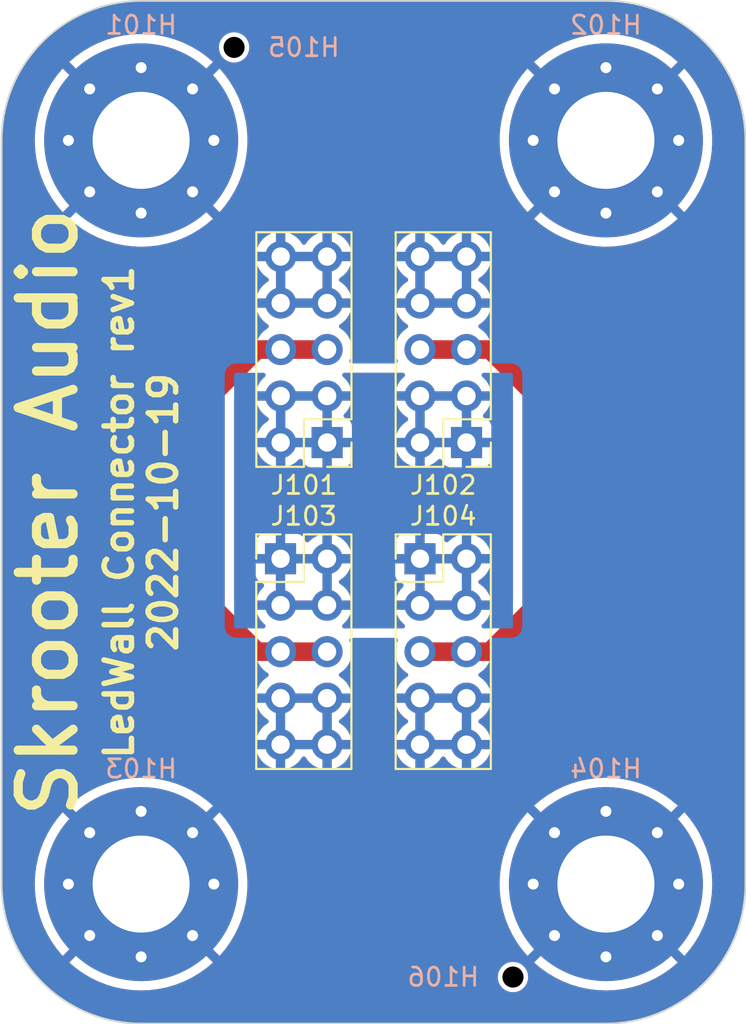
<source format=kicad_pcb>
(kicad_pcb (version 20221018) (generator pcbnew)
  (layers (0 "F.Cu" signal) (31 "B.Cu" signal) (34 "B.Paste" user) (35 "F.Paste" user) (36 "B.SilkS" user "B.Silkscreen") (37 "F.SilkS" user "F.Silkscreen") (38 "B.Mask" user) (39 "F.Mask" user) (44 "Edge.Cuts" user))
  (net 0 "")
  (net 1 "GND")
  (net 2 "VDC")
  (net 3 "/Data")
  (net 4 "/EN")
  (footprint "MountingHole:MountingHole_5.3mm_M5_Pad_Via" (layer "F.Cu") (at 99.06 88.9)
    (fp_text reference "H104" (at 0 -6.3) (layer "B.SilkS") (effects (justify mirror)))
    (fp_text value "MountingHole_Pad")
    (pad "1" thru_hole circle (at -3.975 0) (size 0.9 0.9) (drill 0.6) (layers "*.Cu" "*.Mask") (net 1 "GND"))
    (pad "1" thru_hole circle (at -2.810749 -2.810749) (size 0.9 0.9) (drill 0.6) (layers "*.Cu" "*.Mask") (net 1 "GND"))
    (pad "1" thru_hole circle (at -2.810749 2.810749) (size 0.9 0.9) (drill 0.6) (layers "*.Cu" "*.Mask") (net 1 "GND"))
    (pad "1" thru_hole circle (at 0 -3.975) (size 0.9 0.9) (drill 0.6) (layers "*.Cu" "*.Mask") (net 1 "GND"))
    (pad "1" thru_hole circle (at 0 0) (size 10.6 10.6) (drill 5.3) (layers "*.Cu" "*.Mask") (net 1 "GND"))
    (pad "1" thru_hole circle (at 0 3.975) (size 0.9 0.9) (drill 0.6) (layers "*.Cu" "*.Mask") (net 1 "GND"))
    (pad "1" thru_hole circle (at 2.810749 -2.810749) (size 0.9 0.9) (drill 0.6) (layers "*.Cu" "*.Mask") (net 1 "GND"))
    (pad "1" thru_hole circle (at 2.810749 2.810749) (size 0.9 0.9) (drill 0.6) (layers "*.Cu" "*.Mask") (net 1 "GND"))
    (pad "1" thru_hole circle (at 3.975 0) (size 0.9 0.9) (drill 0.6) (layers "*.Cu" "*.Mask") (net 1 "GND"))
  )
  (footprint "Connector_PinHeader_2.54mm:PinHeader_2x05_P2.54mm_Vertical" (layer "F.Cu") (at 91.44 64.77 180)
    (fp_text reference "J102" (at 1.27 -2.33 180) (layer "F.SilkS"))
    (fp_text value "Conn_02x05_Odd_Even")
    (fp_line (start -1.33 -1.33) (end 0 -1.33) (stroke (width 0.12)) (layer "F.SilkS"))
    (fp_line (start -1.33 0) (end -1.33 -1.33) (stroke (width 0.12)) (layer "F.SilkS"))
    (fp_line (start -1.33 1.27) (end -1.33 11.49) (stroke (width 0.12)) (layer "F.SilkS"))
    (fp_line (start -1.33 1.27) (end 1.27 1.27) (stroke (width 0.12)) (layer "F.SilkS"))
    (fp_line (start -1.33 11.49) (end 3.87 11.49) (stroke (width 0.12)) (layer "F.SilkS"))
    (fp_line (start 1.27 -1.33) (end 3.87 -1.33) (stroke (width 0.12)) (layer "F.SilkS"))
    (fp_line (start 1.27 1.27) (end 1.27 -1.33) (stroke (width 0.12)) (layer "F.SilkS"))
    (fp_line (start 3.87 -1.33) (end 3.87 11.49) (stroke (width 0.12)) (layer "F.SilkS"))
    (pad "1" thru_hole rect (at 0 0 180) (size 1.7 1.7) (drill 1) (layers "*.Cu" "*.Mask") (net 2 "VDC"))
    (pad "2" thru_hole oval (at 2.54 0 180) (size 1.7 1.7) (drill 1) (layers "*.Cu" "*.Mask") (net 2 "VDC"))
    (pad "3" thru_hole oval (at 0 2.54 180) (size 1.7 1.7) (drill 1) (layers "*.Cu" "*.Mask") (net 2 "VDC"))
    (pad "4" thru_hole oval (at 2.54 2.54 180) (size 1.7 1.7) (drill 1) (layers "*.Cu" "*.Mask") (net 2 "VDC"))
    (pad "5" thru_hole oval (at 0 5.08 180) (size 1.7 1.7) (drill 1) (layers "*.Cu" "*.Mask") (net 4 "/EN"))
    (pad "6" thru_hole oval (at 2.54 5.08 180) (size 1.7 1.7) (drill 1) (layers "*.Cu" "*.Mask") (net 4 "/EN"))
    (pad "7" thru_hole oval (at 0 7.62 180) (size 1.7 1.7) (drill 1) (layers "*.Cu" "*.Mask") (net 1 "GND"))
    (pad "8" thru_hole oval (at 2.54 7.62 180) (size 1.7 1.7) (drill 1) (layers "*.Cu" "*.Mask") (net 1 "GND"))
    (pad "9" thru_hole oval (at 0 10.16 180) (size 1.7 1.7) (drill 1) (layers "*.Cu" "*.Mask") (net 1 "GND"))
    (pad "10" thru_hole oval (at 2.54 10.16 180) (size 1.7 1.7) (drill 1) (layers "*.Cu" "*.Mask") (net 1 "GND"))
  )
  (footprint "MountingHole:MountingHole_5.3mm_M5_Pad_Via" (layer "F.Cu") (at 99.06 48.26)
    (fp_text reference "H102" (at 0 -6.3) (layer "B.SilkS") (effects (justify mirror)))
    (fp_text value "MountingHole_Pad")
    (pad "1" thru_hole circle (at -3.975 0) (size 0.9 0.9) (drill 0.6) (layers "*.Cu" "*.Mask") (net 1 "GND"))
    (pad "1" thru_hole circle (at -2.810749 -2.810749) (size 0.9 0.9) (drill 0.6) (layers "*.Cu" "*.Mask") (net 1 "GND"))
    (pad "1" thru_hole circle (at -2.810749 2.810749) (size 0.9 0.9) (drill 0.6) (layers "*.Cu" "*.Mask") (net 1 "GND"))
    (pad "1" thru_hole circle (at 0 -3.975) (size 0.9 0.9) (drill 0.6) (layers "*.Cu" "*.Mask") (net 1 "GND"))
    (pad "1" thru_hole circle (at 0 0) (size 10.6 10.6) (drill 5.3) (layers "*.Cu" "*.Mask") (net 1 "GND"))
    (pad "1" thru_hole circle (at 0 3.975) (size 0.9 0.9) (drill 0.6) (layers "*.Cu" "*.Mask") (net 1 "GND"))
    (pad "1" thru_hole circle (at 2.810749 -2.810749) (size 0.9 0.9) (drill 0.6) (layers "*.Cu" "*.Mask") (net 1 "GND"))
    (pad "1" thru_hole circle (at 2.810749 2.810749) (size 0.9 0.9) (drill 0.6) (layers "*.Cu" "*.Mask") (net 1 "GND"))
    (pad "1" thru_hole circle (at 3.975 0) (size 0.9 0.9) (drill 0.6) (layers "*.Cu" "*.Mask") (net 1 "GND"))
  )
  (footprint "MountingHole:MountingHole_5.3mm_M5_Pad_Via" (layer "F.Cu") (at 73.66 88.9)
    (fp_text reference "H103" (at 0 -6.3) (layer "B.SilkS") (effects (justify mirror)))
    (fp_text value "MountingHole_Pad")
    (pad "1" thru_hole circle (at -3.975 0) (size 0.9 0.9) (drill 0.6) (layers "*.Cu" "*.Mask") (net 1 "GND"))
    (pad "1" thru_hole circle (at -2.810749 -2.810749) (size 0.9 0.9) (drill 0.6) (layers "*.Cu" "*.Mask") (net 1 "GND"))
    (pad "1" thru_hole circle (at -2.810749 2.810749) (size 0.9 0.9) (drill 0.6) (layers "*.Cu" "*.Mask") (net 1 "GND"))
    (pad "1" thru_hole circle (at 0 -3.975) (size 0.9 0.9) (drill 0.6) (layers "*.Cu" "*.Mask") (net 1 "GND"))
    (pad "1" thru_hole circle (at 0 0) (size 10.6 10.6) (drill 5.3) (layers "*.Cu" "*.Mask") (net 1 "GND"))
    (pad "1" thru_hole circle (at 0 3.975) (size 0.9 0.9) (drill 0.6) (layers "*.Cu" "*.Mask") (net 1 "GND"))
    (pad "1" thru_hole circle (at 2.810749 -2.810749) (size 0.9 0.9) (drill 0.6) (layers "*.Cu" "*.Mask") (net 1 "GND"))
    (pad "1" thru_hole circle (at 2.810749 2.810749) (size 0.9 0.9) (drill 0.6) (layers "*.Cu" "*.Mask") (net 1 "GND"))
    (pad "1" thru_hole circle (at 3.975 0) (size 0.9 0.9) (drill 0.6) (layers "*.Cu" "*.Mask") (net 1 "GND"))
  )
  (footprint "JLC:JLC_toolinghole" (layer "F.Cu") (at 93.98 93.98)
    (fp_text reference "H106" (at -3.81 0 unlocked) (layer "B.SilkS") (effects (justify mirror)))
    (fp_text value "ToolingHole")
    (pad "" np_thru_hole circle (at 0 0) (size 1.3 1.3) (drill 1.152) (layers "*.Mask"))
  )
  (footprint "Connector_PinHeader_2.54mm:PinHeader_2x05_P2.54mm_Vertical" (layer "F.Cu") (at 81.28 71.12)
    (fp_text reference "J103" (at 1.27 -2.33) (layer "F.SilkS"))
    (fp_text value "Conn_02x05_Odd_Even")
    (fp_line (start -1.33 -1.33) (end 0 -1.33) (stroke (width 0.12)) (layer "F.SilkS"))
    (fp_line (start -1.33 0) (end -1.33 -1.33) (stroke (width 0.12)) (layer "F.SilkS"))
    (fp_line (start -1.33 1.27) (end -1.33 11.49) (stroke (width 0.12)) (layer "F.SilkS"))
    (fp_line (start -1.33 1.27) (end 1.27 1.27) (stroke (width 0.12)) (layer "F.SilkS"))
    (fp_line (start -1.33 11.49) (end 3.87 11.49) (stroke (width 0.12)) (layer "F.SilkS"))
    (fp_line (start 1.27 -1.33) (end 3.87 -1.33) (stroke (width 0.12)) (layer "F.SilkS"))
    (fp_line (start 1.27 1.27) (end 1.27 -1.33) (stroke (width 0.12)) (layer "F.SilkS"))
    (fp_line (start 3.87 -1.33) (end 3.87 11.49) (stroke (width 0.12)) (layer "F.SilkS"))
    (pad "1" thru_hole rect (at 0 0) (size 1.7 1.7) (drill 1) (layers "*.Cu" "*.Mask") (net 2 "VDC"))
    (pad "2" thru_hole oval (at 2.54 0) (size 1.7 1.7) (drill 1) (layers "*.Cu" "*.Mask") (net 2 "VDC"))
    (pad "3" thru_hole oval (at 0 2.54) (size 1.7 1.7) (drill 1) (layers "*.Cu" "*.Mask") (net 2 "VDC"))
    (pad "4" thru_hole oval (at 2.54 2.54) (size 1.7 1.7) (drill 1) (layers "*.Cu" "*.Mask") (net 2 "VDC"))
    (pad "5" thru_hole oval (at 0 5.08) (size 1.7 1.7) (drill 1) (layers "*.Cu" "*.Mask") (net 3 "/Data"))
    (pad "6" thru_hole oval (at 2.54 5.08) (size 1.7 1.7) (drill 1) (layers "*.Cu" "*.Mask") (net 3 "/Data"))
    (pad "7" thru_hole oval (at 0 7.62) (size 1.7 1.7) (drill 1) (layers "*.Cu" "*.Mask") (net 1 "GND"))
    (pad "8" thru_hole oval (at 2.54 7.62) (size 1.7 1.7) (drill 1) (layers "*.Cu" "*.Mask") (net 1 "GND"))
    (pad "9" thru_hole oval (at 0 10.16) (size 1.7 1.7) (drill 1) (layers "*.Cu" "*.Mask") (net 1 "GND"))
    (pad "10" thru_hole oval (at 2.54 10.16) (size 1.7 1.7) (drill 1) (layers "*.Cu" "*.Mask") (net 1 "GND"))
  )
  (footprint "JLC:JLC_toolinghole" (layer "F.Cu") (at 78.74 43.18)
    (fp_text reference "H105" (at 3.81 0 unlocked) (layer "B.SilkS") (effects (justify mirror)))
    (fp_text value "ToolingHole")
    (pad "" np_thru_hole circle (at 0 0) (size 1.3 1.3) (drill 1.152) (layers "*.Mask"))
  )
  (footprint "MountingHole:MountingHole_5.3mm_M5_Pad_Via" (layer "F.Cu") (at 73.66 48.26)
    (fp_text reference "H101" (at 0 -6.3) (layer "B.SilkS") (effects (justify mirror)))
    (fp_text value "MountingHole_Pad")
    (pad "1" thru_hole circle (at -3.975 0) (size 0.9 0.9) (drill 0.6) (layers "*.Cu" "*.Mask") (net 1 "GND"))
    (pad "1" thru_hole circle (at -2.810749 -2.810749) (size 0.9 0.9) (drill 0.6) (layers "*.Cu" "*.Mask") (net 1 "GND"))
    (pad "1" thru_hole circle (at -2.810749 2.810749) (size 0.9 0.9) (drill 0.6) (layers "*.Cu" "*.Mask") (net 1 "GND"))
    (pad "1" thru_hole circle (at 0 -3.975) (size 0.9 0.9) (drill 0.6) (layers "*.Cu" "*.Mask") (net 1 "GND"))
    (pad "1" thru_hole circle (at 0 0) (size 10.6 10.6) (drill 5.3) (layers "*.Cu" "*.Mask") (net 1 "GND"))
    (pad "1" thru_hole circle (at 0 3.975) (size 0.9 0.9) (drill 0.6) (layers "*.Cu" "*.Mask") (net 1 "GND"))
    (pad "1" thru_hole circle (at 2.810749 -2.810749) (size 0.9 0.9) (drill 0.6) (layers "*.Cu" "*.Mask") (net 1 "GND"))
    (pad "1" thru_hole circle (at 2.810749 2.810749) (size 0.9 0.9) (drill 0.6) (layers "*.Cu" "*.Mask") (net 1 "GND"))
    (pad "1" thru_hole circle (at 3.975 0) (size 0.9 0.9) (drill 0.6) (layers "*.Cu" "*.Mask") (net 1 "GND"))
  )
  (footprint "Connector_PinHeader_2.54mm:PinHeader_2x05_P2.54mm_Vertical" (layer "F.Cu") (at 88.9 71.12)
    (fp_text reference "J104" (at 1.27 -2.33) (layer "F.SilkS"))
    (fp_text value "Conn_02x05_Odd_Even")
    (fp_line (start -1.33 -1.33) (end 0 -1.33) (stroke (width 0.12)) (layer "F.SilkS"))
    (fp_line (start -1.33 0) (end -1.33 -1.33) (stroke (width 0.12)) (layer "F.SilkS"))
    (fp_line (start -1.33 1.27) (end -1.33 11.49) (stroke (width 0.12)) (layer "F.SilkS"))
    (fp_line (start -1.33 1.27) (end 1.27 1.27) (stroke (width 0.12)) (layer "F.SilkS"))
    (fp_line (start -1.33 11.49) (end 3.87 11.49) (stroke (width 0.12)) (layer "F.SilkS"))
    (fp_line (start 1.27 -1.33) (end 3.87 -1.33) (stroke (width 0.12)) (layer "F.SilkS"))
    (fp_line (start 1.27 1.27) (end 1.27 -1.33) (stroke (width 0.12)) (layer "F.SilkS"))
    (fp_line (start 3.87 -1.33) (end 3.87 11.49) (stroke (width 0.12)) (layer "F.SilkS"))
    (pad "1" thru_hole rect (at 0 0) (size 1.7 1.7) (drill 1) (layers "*.Cu" "*.Mask") (net 2 "VDC"))
    (pad "2" thru_hole oval (at 2.54 0) (size 1.7 1.7) (drill 1) (layers "*.Cu" "*.Mask") (net 2 "VDC"))
    (pad "3" thru_hole oval (at 0 2.54) (size 1.7 1.7) (drill 1) (layers "*.Cu" "*.Mask") (net 2 "VDC"))
    (pad "4" thru_hole oval (at 2.54 2.54) (size 1.7 1.7) (drill 1) (layers "*.Cu" "*.Mask") (net 2 "VDC"))
    (pad "5" thru_hole oval (at 0 5.08) (size 1.7 1.7) (drill 1) (layers "*.Cu" "*.Mask") (net 4 "/EN"))
    (pad "6" thru_hole oval (at 2.54 5.08) (size 1.7 1.7) (drill 1) (layers "*.Cu" "*.Mask") (net 4 "/EN"))
    (pad "7" thru_hole oval (at 0 7.62) (size 1.7 1.7) (drill 1) (layers "*.Cu" "*.Mask") (net 1 "GND"))
    (pad "8" thru_hole oval (at 2.54 7.62) (size 1.7 1.7) (drill 1) (layers "*.Cu" "*.Mask") (net 1 "GND"))
    (pad "9" thru_hole oval (at 0 10.16) (size 1.7 1.7) (drill 1) (layers "*.Cu" "*.Mask") (net 1 "GND"))
    (pad "10" thru_hole oval (at 2.54 10.16) (size 1.7 1.7) (drill 1) (layers "*.Cu" "*.Mask") (net 1 "GND"))
  )
  (footprint "Connector_PinHeader_2.54mm:PinHeader_2x05_P2.54mm_Vertical" (layer "F.Cu") (at 83.825 64.77 180)
    (fp_text reference "J101" (at 1.27 -2.33 180) (layer "F.SilkS"))
    (fp_text value "Conn_02x05_Odd_Even")
    (fp_line (start -1.33 -1.33) (end 0 -1.33) (stroke (width 0.12)) (layer "F.SilkS"))
    (fp_line (start -1.33 0) (end -1.33 -1.33) (stroke (width 0.12)) (layer "F.SilkS"))
    (fp_line (start -1.33 1.27) (end -1.33 11.49) (stroke (width 0.12)) (layer "F.SilkS"))
    (fp_line (start -1.33 1.27) (end 1.27 1.27) (stroke (width 0.12)) (layer "F.SilkS"))
    (fp_line (start -1.33 11.49) (end 3.87 11.49) (stroke (width 0.12)) (layer "F.SilkS"))
    (fp_line (start 1.27 -1.33) (end 3.87 -1.33) (stroke (width 0.12)) (layer "F.SilkS"))
    (fp_line (start 1.27 1.27) (end 1.27 -1.33) (stroke (width 0.12)) (layer "F.SilkS"))
    (fp_line (start 3.87 -1.33) (end 3.87 11.49) (stroke (width 0.12)) (layer "F.SilkS"))
    (pad "1" thru_hole rect (at 0 0 180) (size 1.7 1.7) (drill 1) (layers "*.Cu" "*.Mask") (net 2 "VDC"))
    (pad "2" thru_hole oval (at 2.54 0 180) (size 1.7 1.7) (drill 1) (layers "*.Cu" "*.Mask") (net 2 "VDC"))
    (pad "3" thru_hole oval (at 0 2.54 180) (size 1.7 1.7) (drill 1) (layers "*.Cu" "*.Mask") (net 2 "VDC"))
    (pad "4" thru_hole oval (at 2.54 2.54 180) (size 1.7 1.7) (drill 1) (layers "*.Cu" "*.Mask") (net 2 "VDC"))
    (pad "5" thru_hole oval (at 0 5.08 180) (size 1.7 1.7) (drill 1) (layers "*.Cu" "*.Mask") (net 3 "/Data"))
    (pad "6" thru_hole oval (at 2.54 5.08 180) (size 1.7 1.7) (drill 1) (layers "*.Cu" "*.Mask") (net 3 "/Data"))
    (pad "7" thru_hole oval (at 0 7.62 180) (size 1.7 1.7) (drill 1) (layers "*.Cu" "*.Mask") (net 1 "GND"))
    (pad "8" thru_hole oval (at 2.54 7.62 180) (size 1.7 1.7) (drill 1) (layers "*.Cu" "*.Mask") (net 1 "GND"))
    (pad "9" thru_hole oval (at 0 10.16 180) (size 1.7 1.7) (drill 1) (layers "*.Cu" "*.Mask") (net 1 "GND"))
    (pad "10" thru_hole oval (at 2.54 10.16 180) (size 1.7 1.7) (drill 1) (layers "*.Cu" "*.Mask") (net 1 "GND"))
  )
  (gr_line (start 73.66 96.52) (end 99.06 96.52) (stroke (width 0.1)) (layer "Edge.Cuts"))
  (gr_line (start 106.68 88.9) (end 106.68 48.26) (stroke (width 0.1)) (layer "Edge.Cuts"))
  (gr_arc (start 73.66 96.52) (mid 68.271846 94.288154) (end 66.04 88.9) (stroke (width 0.1)) (layer "Edge.Cuts"))
  (gr_arc (start 66.04 48.26) (mid 68.271846 42.871846) (end 73.66 40.64) (stroke (width 0.1)) (layer "Edge.Cuts"))
  (gr_arc (start 99.06 40.64) (mid 104.448154 42.871846) (end 106.68 48.26) (stroke (width 0.1)) (layer "Edge.Cuts"))
  (gr_arc (start 106.68 88.9) (mid 104.448154 94.288154) (end 99.06 96.52) (stroke (width 0.1)) (layer "Edge.Cuts"))
  (gr_line (start 99.06 40.64) (end 73.66 40.64) (stroke (width 0.1)) (layer "Edge.Cuts"))
  (gr_line (start 66.04 88.9) (end 66.04 48.26) (stroke (width 0.1)) (layer "Edge.Cuts"))
  (gr_text "Skrooter Audio" (at 68.58 68.58 90) (layer "F.SilkS") (effects (font (size 3 3) (thickness 0.5))))
  (gr_text "LedWall Connector rev1\n2022-10-19" (at 73.66 68.58 90) (layer "F.SilkS") (effects (font (size 1.5 1.5) (thickness 0.3))))
  (segment (start 77.724 61.976) (end 80.01 59.69) (width 1.016) (layer "F.Cu") (net 3))
  (segment (start 80.01 59.69) (end 81.28 59.69) (width 1.016) (layer "F.Cu") (net 3))
  (segment (start 83.82 59.69) (end 81.28 59.69) (width 1.016) (layer "F.Cu") (net 3))
  (segment (start 83.82 76.2) (end 81.28 76.2) (width 1.016) (layer "F.Cu") (net 3))
  (segment (start 81.28 76.2) (end 80.01 76.2) (width 1.016) (layer "F.Cu") (net 3))
  (segment (start 80.01 76.2) (end 77.724 73.914) (width 1.016) (layer "F.Cu") (net 3))
  (segment (start 77.724 73.914) (end 77.724 61.976) (width 1.016) (layer "F.Cu") (net 3))
  (segment (start 91.44 59.69) (end 92.71 59.69) (width 1.016) (layer "F.Cu") (net 4))
  (segment (start 92.71 76.2) (end 91.44 76.2) (width 1.016) (layer "F.Cu") (net 4))
  (segment (start 88.9 59.69) (end 91.44 59.69) (width 1.016) (layer "F.Cu") (net 4))
  (segment (start 92.71 59.69) (end 94.996 61.976) (width 1.016) (layer "F.Cu") (net 4))
  (segment (start 94.996 61.976) (end 94.996 73.914) (width 1.016) (layer "F.Cu") (net 4))
  (segment (start 88.9 76.2) (end 91.44 76.2) (width 1.016) (layer "F.Cu") (net 4))
  (segment (start 94.996 73.914) (end 92.71 76.2) (width 1.016) (layer "F.Cu") (net 4))
  (zone (net 2) (net_name "VDC") (layers "F&B.Cu") (priority 10) (connect_pads (clearance 0.508)) (min_thickness 0.254) (fill yes (thermal_gap 0.508) (thermal_bridge_width 0.508))
    (polygon (pts (xy 93.98 74.93) (xy 78.74 74.93) (xy 78.74 60.96) (xy 93.98 60.96)))
  )
  (zone (net 1) (net_name "GND") (layers "F&B.Cu") (priority 4) (connect_pads (clearance 0.508)) (min_thickness 0.254) (fill yes (thermal_gap 0.508) (thermal_bridge_width 0.508))
    (polygon (pts (xy 106.68 96.52) (xy 66.04 96.52) (xy 66.04 40.64) (xy 106.68 40.64)))
  )
)
</source>
